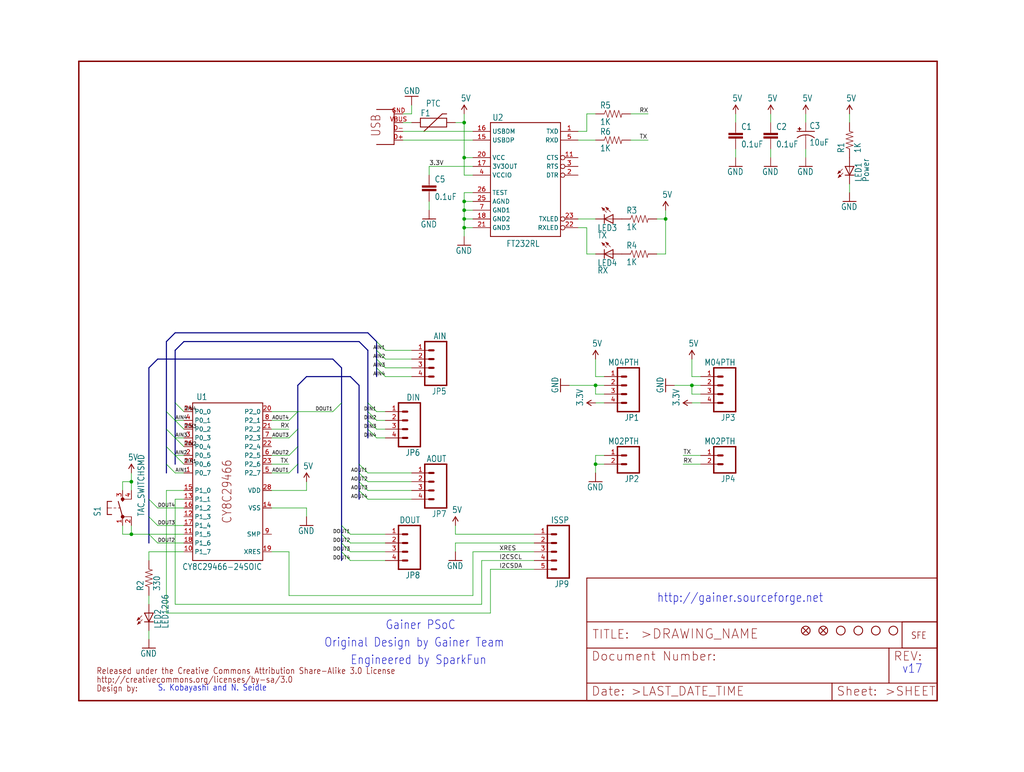
<source format=kicad_sch>
(kicad_sch (version 20211123) (generator eeschema)
  (paper "User" 297.002 223.926)
  (lib_symbols
    (symbol "schematicEagle-eagle-import:3.3V" (power)
      (property "Value" "3.3V" (at -1.016 3.556 0))
      (symbol "3.3V_1_0"
        (polyline (pts (xy 0 2.54) (xy -0.762 1.27)) (stroke (width 0.254)))
        (polyline (pts (xy 0.762 1.27) (xy 0 2.54)) (stroke (width 0.254)))
        (pin power_in line (at 0 0 90) (length 2.54) (name "3.3V") (number "1"))
      )
    )
    (symbol "schematicEagle-eagle-import:5V" (power)
      (property "Value" "5V" (at -1.016 3.556 0))
      (symbol "5V_1_0"
        (polyline (pts (xy 0 2.54) (xy -0.762 1.27)) (stroke (width 0.254)))
        (polyline (pts (xy 0.762 1.27) (xy 0 2.54)) (stroke (width 0.254)))
        (pin power_in line (at 0 0 90) (length 2.54) (name "5V") (number "1"))
      )
    )
    (symbol "schematicEagle-eagle-import:CAP0402"
      (property "Reference" "C" (at 1.524 2.921 0))
      (property "Value" "CAP0402" (at 1.524 -2.159 0))
      (symbol "CAP0402_1_0"
        (rectangle (start -2.032 0.508) (end 2.032 1.016) (fill (type outline)))
        (rectangle (start -2.032 1.524) (end 2.032 2.032) (fill (type outline)))
        (polyline (pts (xy 0 0) (xy 0 0.508)) (stroke (width 0.1524)))
        (polyline (pts (xy 0 2.54) (xy 0 2.032)) (stroke (width 0.1524)))
        (pin passive line (at 0 5.08 270) (length 2.54) (name "1") (number "1"))
        (pin passive line (at 0 -2.54 90) (length 2.54) (name "2") (number "2"))
      )
    )
    (symbol "schematicEagle-eagle-import:CAP_POL1206"
      (property "Reference" "C" (at 1.016 0.635 0))
      (property "Value" "CAP_POL1206" (at 1.016 -4.191 0))
      (symbol "CAP_POL1206_1_0"
        (rectangle (start -2.253 0.668) (end -1.364 0.795) (fill (type outline)))
        (rectangle (start -1.872 0.287) (end -1.745 1.176) (fill (type outline)))
        (arc (start 0 -1.0161) (mid -1.3021 -1.2302) (end -2.4669 -1.8504) (stroke (width 0.254)))
        (polyline (pts (xy -2.54 0) (xy 2.54 0)) (stroke (width 0.254)))
        (polyline (pts (xy 0 -1.016) (xy 0 -2.54)) (stroke (width 0.1524)))
        (arc (start 2.4892 -1.8542) (mid 1.3158 -1.2195) (end 0 -1) (stroke (width 0.254)))
        (pin passive line (at 0 2.54 270) (length 2.54) (name "+") (number "A"))
        (pin passive line (at 0 -5.08 90) (length 2.54) (name "-") (number "C"))
      )
    )
    (symbol "schematicEagle-eagle-import:CREATIVE_COMMONS"
      (symbol "CREATIVE_COMMONS_1_0"
        (text "Design by:" (at 0 0 0) (effects (font (size 1.778 1.5113)) (justify left bottom)))
        (text "http://creativecommons.org/licenses/by-sa/3.0" (at 0 2.54 0) (effects (font (size 1.778 1.5113)) (justify left bottom)))
        (text "Released under the Creative Commons Attribution Share-Alike 3.0 License" (at 0 5.08 0) (effects (font (size 1.778 1.5113)) (justify left bottom)))
      )
    )
    (symbol "schematicEagle-eagle-import:CY8C29466-24SOIC"
      (property "Reference" "IC" (at -5.08 23.368 0))
      (property "Value" "CY8C29466-24SOIC" (at -5.08 -25.146 0))
      (symbol "CY8C29466-24SOIC_1_0"
        (polyline (pts (xy -10.16 -22.86) (xy -10.16 22.86)) (stroke (width 0.254)))
        (polyline (pts (xy -10.16 22.86) (xy 10.16 22.86)) (stroke (width 0.254)))
        (polyline (pts (xy 10.16 -22.86) (xy -10.16 -22.86)) (stroke (width 0.254)))
        (polyline (pts (xy 10.16 22.86) (xy 10.16 -22.86)) (stroke (width 0.254)))
        (text "CY8C29466" (at 1.27 -12.192 900) (effects (font (size 2.54 2.159)) (justify left bottom)))
        (pin bidirectional line (at -12.7 2.54 0) (length 2.54) (name "P0_7") (number "1"))
        (pin bidirectional line (at -12.7 -20.32 0) (length 2.54) (name "P1_7") (number "10"))
        (pin bidirectional line (at -12.7 -15.24 0) (length 2.54) (name "P1_5") (number "11"))
        (pin bidirectional line (at -12.7 -10.16 0) (length 2.54) (name "P1_3") (number "12"))
        (pin bidirectional line (at -12.7 -5.08 0) (length 2.54) (name "P1_1") (number "13"))
        (pin power_in line (at 12.7 -7.62 180) (length 2.54) (name "VSS") (number "14"))
        (pin bidirectional line (at -12.7 -2.54 0) (length 2.54) (name "P1_0") (number "15"))
        (pin bidirectional line (at -12.7 -7.62 0) (length 2.54) (name "P1_2") (number "16"))
        (pin bidirectional line (at -12.7 -12.7 0) (length 2.54) (name "P1_4") (number "17"))
        (pin bidirectional line (at -12.7 -17.78 0) (length 2.54) (name "P1_6") (number "18"))
        (pin bidirectional line (at 12.7 -20.32 180) (length 2.54) (name "XRES") (number "19"))
        (pin bidirectional line (at -12.7 7.62 0) (length 2.54) (name "P0_5") (number "2"))
        (pin bidirectional line (at 12.7 20.32 180) (length 2.54) (name "P2_0") (number "20"))
        (pin bidirectional line (at 12.7 15.24 180) (length 2.54) (name "P2_2") (number "21"))
        (pin bidirectional line (at 12.7 10.16 180) (length 2.54) (name "P2_4") (number "22"))
        (pin bidirectional line (at 12.7 5.08 180) (length 2.54) (name "P2_6") (number "23"))
        (pin bidirectional line (at -12.7 20.32 0) (length 2.54) (name "P0_0") (number "24"))
        (pin bidirectional line (at -12.7 15.24 0) (length 2.54) (name "P0_2") (number "25"))
        (pin bidirectional line (at -12.7 10.16 0) (length 2.54) (name "P0_4") (number "26"))
        (pin bidirectional line (at -12.7 5.08 0) (length 2.54) (name "P0_6") (number "27"))
        (pin power_in line (at 12.7 -2.54 180) (length 2.54) (name "VDD") (number "28"))
        (pin bidirectional line (at -12.7 12.7 0) (length 2.54) (name "P0_3") (number "3"))
        (pin bidirectional line (at -12.7 17.78 0) (length 2.54) (name "P0_1") (number "4"))
        (pin bidirectional line (at 12.7 2.54 180) (length 2.54) (name "P2_7") (number "5"))
        (pin bidirectional line (at 12.7 7.62 180) (length 2.54) (name "P2_5") (number "6"))
        (pin bidirectional line (at 12.7 12.7 180) (length 2.54) (name "P2_3") (number "7"))
        (pin bidirectional line (at 12.7 17.78 180) (length 2.54) (name "P2_1") (number "8"))
        (pin bidirectional line (at 12.7 -15.24 180) (length 2.54) (name "SMP") (number "9"))
      )
    )
    (symbol "schematicEagle-eagle-import:FIDUCIAL1X2"
      (symbol "FIDUCIAL1X2_1_0"
        (polyline (pts (xy -0.762 0.762) (xy 0.762 -0.762)) (stroke (width 0.254)))
        (polyline (pts (xy 0.762 0.762) (xy -0.762 -0.762)) (stroke (width 0.254)))
        (circle (center 0 0) (radius 1.27) (stroke (width 0.254)))
      )
    )
    (symbol "schematicEagle-eagle-import:FRAME-LETTER"
      (symbol "FRAME-LETTER_1_0"
        (polyline (pts (xy 0 0) (xy 248.92 0)) (stroke (width 0.4064)))
        (polyline (pts (xy 0 185.42) (xy 0 0)) (stroke (width 0.4064)))
        (polyline (pts (xy 0 185.42) (xy 248.92 185.42)) (stroke (width 0.4064)))
        (polyline (pts (xy 248.92 185.42) (xy 248.92 0)) (stroke (width 0.4064)))
      )
      (symbol "FRAME-LETTER_2_0"
        (polyline (pts (xy 0 0) (xy 0 5.08)) (stroke (width 0.254)))
        (polyline (pts (xy 0 0) (xy 71.12 0)) (stroke (width 0.254)))
        (polyline (pts (xy 0 5.08) (xy 0 15.24)) (stroke (width 0.254)))
        (polyline (pts (xy 0 5.08) (xy 71.12 5.08)) (stroke (width 0.254)))
        (polyline (pts (xy 0 15.24) (xy 0 22.86)) (stroke (width 0.254)))
        (polyline (pts (xy 0 22.86) (xy 0 35.56)) (stroke (width 0.254)))
        (polyline (pts (xy 0 22.86) (xy 101.6 22.86)) (stroke (width 0.254)))
        (polyline (pts (xy 71.12 0) (xy 101.6 0)) (stroke (width 0.254)))
        (polyline (pts (xy 71.12 5.08) (xy 71.12 0)) (stroke (width 0.254)))
        (polyline (pts (xy 71.12 5.08) (xy 87.63 5.08)) (stroke (width 0.254)))
        (polyline (pts (xy 87.63 5.08) (xy 101.6 5.08)) (stroke (width 0.254)))
        (polyline (pts (xy 87.63 15.24) (xy 0 15.24)) (stroke (width 0.254)))
        (polyline (pts (xy 87.63 15.24) (xy 87.63 5.08)) (stroke (width 0.254)))
        (polyline (pts (xy 101.6 5.08) (xy 101.6 0)) (stroke (width 0.254)))
        (polyline (pts (xy 101.6 15.24) (xy 87.63 15.24)) (stroke (width 0.254)))
        (polyline (pts (xy 101.6 15.24) (xy 101.6 5.08)) (stroke (width 0.254)))
        (polyline (pts (xy 101.6 22.86) (xy 101.6 15.24)) (stroke (width 0.254)))
        (polyline (pts (xy 101.6 35.56) (xy 0 35.56)) (stroke (width 0.254)))
        (polyline (pts (xy 101.6 35.56) (xy 101.6 22.86)) (stroke (width 0.254)))
        (text ">DRAWING_NAME" (at 15.494 17.78 0) (effects (font (size 2.7432 2.7432)) (justify left bottom)))
        (text ">LAST_DATE_TIME" (at 12.7 1.27 0) (effects (font (size 2.54 2.54)) (justify left bottom)))
        (text ">SHEET" (at 86.36 1.27 0) (effects (font (size 2.54 2.54)) (justify left bottom)))
        (text "Date:" (at 1.27 1.27 0) (effects (font (size 2.54 2.54)) (justify left bottom)))
        (text "Document Number:" (at 1.27 11.43 0) (effects (font (size 2.54 2.54)) (justify left bottom)))
        (text "REV:" (at 88.9 11.43 0) (effects (font (size 2.54 2.54)) (justify left bottom)))
        (text "Sheet:" (at 72.39 1.27 0) (effects (font (size 2.54 2.54)) (justify left bottom)))
        (text "TITLE:" (at 1.524 17.78 0) (effects (font (size 2.54 2.54)) (justify left bottom)))
      )
    )
    (symbol "schematicEagle-eagle-import:FT232RL-BASICSSOP"
      (property "Value" "FT232RL-BASICSSOP" (at -7.62 -20.32 0))
      (symbol "FT232RL-BASICSSOP_1_0"
        (polyline (pts (xy -10.16 -17.78) (xy -10.16 15.24)) (stroke (width 0.254)))
        (polyline (pts (xy -10.16 15.24) (xy 10.16 15.24)) (stroke (width 0.254)))
        (polyline (pts (xy 10.16 -17.78) (xy -10.16 -17.78)) (stroke (width 0.254)))
        (polyline (pts (xy 10.16 15.24) (xy 10.16 -17.78)) (stroke (width 0.254)))
        (pin output line (at 15.24 12.7 180) (length 5.08) (name "TXD") (number "1"))
        (pin bidirectional inverted (at 15.24 5.08 180) (length 5.08) (name "CTS") (number "11"))
        (pin bidirectional line (at -15.24 10.16 0) (length 5.08) (name "USBDP") (number "15"))
        (pin bidirectional line (at -15.24 12.7 0) (length 5.08) (name "USBDM") (number "16"))
        (pin output line (at -15.24 2.54 0) (length 5.08) (name "3V3OUT") (number "17"))
        (pin power_in line (at -15.24 -12.7 0) (length 5.08) (name "GND2") (number "18"))
        (pin bidirectional inverted (at 15.24 0 180) (length 5.08) (name "DTR") (number "2"))
        (pin power_in line (at -15.24 5.08 0) (length 5.08) (name "VCC") (number "20"))
        (pin power_in line (at -15.24 -15.24 0) (length 5.08) (name "GND3") (number "21"))
        (pin bidirectional inverted (at 15.24 -15.24 180) (length 5.08) (name "RXLED") (number "22"))
        (pin bidirectional inverted (at 15.24 -12.7 180) (length 5.08) (name "TXLED") (number "23"))
        (pin power_in line (at -15.24 -7.62 0) (length 5.08) (name "AGND") (number "25"))
        (pin input line (at -15.24 -5.08 0) (length 5.08) (name "TEST") (number "26"))
        (pin bidirectional inverted (at 15.24 2.54 180) (length 5.08) (name "RTS") (number "3"))
        (pin power_in line (at -15.24 0 0) (length 5.08) (name "VCCIO") (number "4"))
        (pin input line (at 15.24 10.16 180) (length 5.08) (name "RXD") (number "5"))
        (pin power_in line (at -15.24 -10.16 0) (length 5.08) (name "GND1") (number "7"))
      )
    )
    (symbol "schematicEagle-eagle-import:GND" (power)
      (property "Value" "GND" (at -2.54 -2.54 0))
      (symbol "GND_1_0"
        (polyline (pts (xy -1.905 0) (xy 1.905 0)) (stroke (width 0.254)))
        (pin power_in line (at 0 2.54 270) (length 2.54) (name "GND") (number "1"))
      )
    )
    (symbol "schematicEagle-eagle-import:LED0603"
      (property "Reference" "LED" (at 3.556 -4.572 90))
      (property "Value" "LED0603" (at 5.715 -4.572 90))
      (symbol "LED0603_1_0"
        (polyline (pts (xy -2.032 -0.762) (xy -3.429 -2.159)) (stroke (width 0.1524)))
        (polyline (pts (xy -1.905 -1.905) (xy -3.302 -3.302)) (stroke (width 0.1524)))
        (polyline (pts (xy 0 -2.54) (xy -1.27 -2.54)) (stroke (width 0.254)))
        (polyline (pts (xy 0 -2.54) (xy -1.27 0)) (stroke (width 0.254)))
        (polyline (pts (xy 0 0) (xy -1.27 0)) (stroke (width 0.254)))
        (polyline (pts (xy 0 0) (xy 0 -2.54)) (stroke (width 0.1524)))
        (polyline (pts (xy 1.27 -2.54) (xy 0 -2.54)) (stroke (width 0.254)))
        (polyline (pts (xy 1.27 0) (xy 0 -2.54)) (stroke (width 0.254)))
        (polyline (pts (xy 1.27 0) (xy 0 0)) (stroke (width 0.254)))
        (polyline (pts (xy -3.429 -2.159) (xy -3.048 -1.27) (xy -2.54 -1.778)) (fill (type outline)))
        (polyline (pts (xy -3.302 -3.302) (xy -2.921 -2.413) (xy -2.413 -2.921)) (fill (type outline)))
        (pin passive line (at 0 2.54 270) (length 2.54) (name "A") (number "A"))
        (pin passive line (at 0 -5.08 90) (length 2.54) (name "C") (number "C"))
      )
    )
    (symbol "schematicEagle-eagle-import:LED1206"
      (property "Reference" "LED" (at 3.556 -4.572 90))
      (property "Value" "LED1206" (at 5.715 -4.572 90))
      (symbol "LED1206_1_0"
        (polyline (pts (xy -2.032 -0.762) (xy -3.429 -2.159)) (stroke (width 0.1524)))
        (polyline (pts (xy -1.905 -1.905) (xy -3.302 -3.302)) (stroke (width 0.1524)))
        (polyline (pts (xy 0 -2.54) (xy -1.27 -2.54)) (stroke (width 0.254)))
        (polyline (pts (xy 0 -2.54) (xy -1.27 0)) (stroke (width 0.254)))
        (polyline (pts (xy 0 0) (xy -1.27 0)) (stroke (width 0.254)))
        (polyline (pts (xy 0 0) (xy 0 -2.54)) (stroke (width 0.1524)))
        (polyline (pts (xy 1.27 -2.54) (xy 0 -2.54)) (stroke (width 0.254)))
        (polyline (pts (xy 1.27 0) (xy 0 -2.54)) (stroke (width 0.254)))
        (polyline (pts (xy 1.27 0) (xy 0 0)) (stroke (width 0.254)))
        (polyline (pts (xy -3.429 -2.159) (xy -3.048 -1.27) (xy -2.54 -1.778)) (fill (type outline)))
        (polyline (pts (xy -3.302 -3.302) (xy -2.921 -2.413) (xy -2.413 -2.921)) (fill (type outline)))
        (pin passive line (at 0 2.54 270) (length 2.54) (name "A") (number "A"))
        (pin passive line (at 0 -5.08 90) (length 2.54) (name "C") (number "C"))
      )
    )
    (symbol "schematicEagle-eagle-import:LOGO-SFENEW"
      (symbol "LOGO-SFENEW_1_0"
        (polyline (pts (xy -2.54 -2.54) (xy 7.62 -2.54)) (stroke (width 0.254)))
        (polyline (pts (xy -2.54 5.08) (xy -2.54 -2.54)) (stroke (width 0.254)))
        (polyline (pts (xy 7.62 -2.54) (xy 7.62 5.08)) (stroke (width 0.254)))
        (polyline (pts (xy 7.62 5.08) (xy -2.54 5.08)) (stroke (width 0.254)))
        (text "SFE" (at 0 0 0) (effects (font (size 1.9304 1.6408)) (justify left bottom)))
      )
    )
    (symbol "schematicEagle-eagle-import:M02PTH"
      (property "Reference" "JP" (at -2.54 5.842 0))
      (property "Value" "M02PTH" (at -2.54 -5.08 0))
      (symbol "M02PTH_1_0"
        (polyline (pts (xy -2.54 5.08) (xy -2.54 -2.54)) (stroke (width 0.4064)))
        (polyline (pts (xy -2.54 5.08) (xy 3.81 5.08)) (stroke (width 0.4064)))
        (polyline (pts (xy 1.27 0) (xy 2.54 0)) (stroke (width 0.6096)))
        (polyline (pts (xy 1.27 2.54) (xy 2.54 2.54)) (stroke (width 0.6096)))
        (polyline (pts (xy 3.81 -2.54) (xy -2.54 -2.54)) (stroke (width 0.4064)))
        (polyline (pts (xy 3.81 -2.54) (xy 3.81 5.08)) (stroke (width 0.4064)))
        (pin passive line (at 7.62 0 180) (length 5.08) (name "1") (number "1"))
        (pin passive line (at 7.62 2.54 180) (length 5.08) (name "2") (number "2"))
      )
    )
    (symbol "schematicEagle-eagle-import:M04PTH"
      (property "Reference" "JP" (at -5.08 8.382 0))
      (property "Value" "M04PTH" (at -5.08 -7.62 0))
      (symbol "M04PTH_1_0"
        (polyline (pts (xy -5.08 7.62) (xy -5.08 -5.08)) (stroke (width 0.4064)))
        (polyline (pts (xy -5.08 7.62) (xy 1.27 7.62)) (stroke (width 0.4064)))
        (polyline (pts (xy -1.27 -2.54) (xy 0 -2.54)) (stroke (width 0.6096)))
        (polyline (pts (xy -1.27 0) (xy 0 0)) (stroke (width 0.6096)))
        (polyline (pts (xy -1.27 2.54) (xy 0 2.54)) (stroke (width 0.6096)))
        (polyline (pts (xy -1.27 5.08) (xy 0 5.08)) (stroke (width 0.6096)))
        (polyline (pts (xy 1.27 -5.08) (xy -5.08 -5.08)) (stroke (width 0.4064)))
        (polyline (pts (xy 1.27 -5.08) (xy 1.27 7.62)) (stroke (width 0.4064)))
        (pin passive line (at 5.08 -2.54 180) (length 5.08) (name "1") (number "1"))
        (pin passive line (at 5.08 0 180) (length 5.08) (name "2") (number "2"))
        (pin passive line (at 5.08 2.54 180) (length 5.08) (name "3") (number "3"))
        (pin passive line (at 5.08 5.08 180) (length 5.08) (name "4") (number "4"))
      )
    )
    (symbol "schematicEagle-eagle-import:M05"
      (property "Reference" "JP" (at -2.54 8.382 0))
      (property "Value" "M05" (at -2.54 -10.16 0))
      (symbol "M05_1_0"
        (polyline (pts (xy -2.54 7.62) (xy -2.54 -7.62)) (stroke (width 0.4064)))
        (polyline (pts (xy -2.54 7.62) (xy 3.81 7.62)) (stroke (width 0.4064)))
        (polyline (pts (xy 1.27 -5.08) (xy 2.54 -5.08)) (stroke (width 0.6096)))
        (polyline (pts (xy 1.27 -2.54) (xy 2.54 -2.54)) (stroke (width 0.6096)))
        (polyline (pts (xy 1.27 0) (xy 2.54 0)) (stroke (width 0.6096)))
        (polyline (pts (xy 1.27 2.54) (xy 2.54 2.54)) (stroke (width 0.6096)))
        (polyline (pts (xy 1.27 5.08) (xy 2.54 5.08)) (stroke (width 0.6096)))
        (polyline (pts (xy 3.81 -7.62) (xy -2.54 -7.62)) (stroke (width 0.4064)))
        (polyline (pts (xy 3.81 -7.62) (xy 3.81 7.62)) (stroke (width 0.4064)))
        (pin passive line (at 7.62 -5.08 180) (length 5.08) (name "1") (number "1"))
        (pin passive line (at 7.62 -2.54 180) (length 5.08) (name "2") (number "2"))
        (pin passive line (at 7.62 0 180) (length 5.08) (name "3") (number "3"))
        (pin passive line (at 7.62 2.54 180) (length 5.08) (name "4") (number "4"))
        (pin passive line (at 7.62 5.08 180) (length 5.08) (name "5") (number "5"))
      )
    )
    (symbol "schematicEagle-eagle-import:PTCSMD"
      (property "Reference" "F" (at -2.54 3.048 0))
      (property "Value" "PTCSMD" (at -3.302 -5.08 0))
      (symbol "PTCSMD_1_0"
        (polyline (pts (xy -2.54 -1.27) (xy -2.54 1.27)) (stroke (width 0.254)))
        (polyline (pts (xy -2.54 1.27) (xy 5.08 1.27)) (stroke (width 0.254)))
        (polyline (pts (xy -1.524 -2.54) (xy 3.81 2.54)) (stroke (width 0.254)))
        (polyline (pts (xy 3.81 2.54) (xy 5.08 2.54)) (stroke (width 0.254)))
        (polyline (pts (xy 5.08 -1.27) (xy -2.54 -1.27)) (stroke (width 0.254)))
        (polyline (pts (xy 5.08 1.27) (xy 5.08 -1.27)) (stroke (width 0.254)))
        (pin bidirectional line (at -5.08 0 0) (length 2.54) (name "1") (number "1"))
        (pin bidirectional line (at 7.62 0 180) (length 2.54) (name "2") (number "2"))
      )
    )
    (symbol "schematicEagle-eagle-import:RESISTOR0402"
      (property "Reference" "R" (at -3.81 1.4986 0))
      (property "Value" "RESISTOR0402" (at -3.81 -3.302 0))
      (symbol "RESISTOR0402_1_0"
        (polyline (pts (xy -2.54 0) (xy -2.159 1.016)) (stroke (width 0.1524)))
        (polyline (pts (xy -2.159 1.016) (xy -1.524 -1.016)) (stroke (width 0.1524)))
        (polyline (pts (xy -1.524 -1.016) (xy -0.889 1.016)) (stroke (width 0.1524)))
        (polyline (pts (xy -0.889 1.016) (xy -0.254 -1.016)) (stroke (width 0.1524)))
        (polyline (pts (xy -0.254 -1.016) (xy 0.381 1.016)) (stroke (width 0.1524)))
        (polyline (pts (xy 0.381 1.016) (xy 1.016 -1.016)) (stroke (width 0.1524)))
        (polyline (pts (xy 1.016 -1.016) (xy 1.651 1.016)) (stroke (width 0.1524)))
        (polyline (pts (xy 1.651 1.016) (xy 2.286 -1.016)) (stroke (width 0.1524)))
        (polyline (pts (xy 2.286 -1.016) (xy 2.54 0)) (stroke (width 0.1524)))
        (pin passive line (at -5.08 0 0) (length 2.54) (name "1") (number "1"))
        (pin passive line (at 5.08 0 180) (length 2.54) (name "2") (number "2"))
      )
    )
    (symbol "schematicEagle-eagle-import:STAND-OFF"
      (symbol "STAND-OFF_1_0"
        (circle (center 0 0) (radius 1.27) (stroke (width 0.254)))
      )
    )
    (symbol "schematicEagle-eagle-import:TAC_SWITCHSMD"
      (property "Reference" "S" (at -2.54 6.35 0))
      (property "Value" "TAC_SWITCHSMD" (at -2.54 -6.35 0))
      (symbol "TAC_SWITCHSMD_1_0"
        (circle (center -2.54 0) (radius 0.127) (stroke (width 0.4064)))
        (polyline (pts (xy -2.54 -2.54) (xy -2.54 0)) (stroke (width 0.1524)))
        (polyline (pts (xy -2.54 0) (xy 1.905 1.27)) (stroke (width 0.254)))
        (polyline (pts (xy -1.905 4.445) (xy -1.905 3.175)) (stroke (width 0.254)))
        (polyline (pts (xy 0 1.27) (xy 0 0.635)) (stroke (width 0.1524)))
        (polyline (pts (xy 0 2.54) (xy 0 1.905)) (stroke (width 0.1524)))
        (polyline (pts (xy 0 4.445) (xy -1.905 4.445)) (stroke (width 0.254)))
        (polyline (pts (xy 0 4.445) (xy 0 3.175)) (stroke (width 0.1524)))
        (polyline (pts (xy 1.905 0) (xy 2.54 0)) (stroke (width 0.254)))
        (polyline (pts (xy 1.905 4.445) (xy 0 4.445)) (stroke (width 0.254)))
        (polyline (pts (xy 1.905 4.445) (xy 1.905 3.175)) (stroke (width 0.254)))
        (polyline (pts (xy 2.54 -2.54) (xy 2.54 0)) (stroke (width 0.1524)))
        (circle (center 2.54 0) (radius 0.127) (stroke (width 0.4064)))
        (pin passive line (at -5.08 0 0) (length 2.54) (name "1") (number "1"))
        (pin passive line (at -5.08 -2.54 0) (length 2.54) (name "2") (number "2"))
        (pin passive line (at 5.08 0 180) (length 2.54) (name "3") (number "3"))
        (pin passive line (at 5.08 -2.54 180) (length 2.54) (name "4") (number "4"))
      )
    )
    (symbol "schematicEagle-eagle-import:USBSMD"
      (symbol "USBSMD_1_0"
        (polyline (pts (xy 0 -1.27) (xy 5.08 -1.27)) (stroke (width 0.254)))
        (polyline (pts (xy 0 8.89) (xy 0 -1.27)) (stroke (width 0.254)))
        (polyline (pts (xy 5.08 8.89) (xy 0 8.89)) (stroke (width 0.254)))
        (text "USB" (at 3.81 0 900) (effects (font (size 2.54 2.159)) (justify left bottom)))
        (pin bidirectional line (at -2.54 7.62 0) (length 2.54) (name "D+") (number "D+"))
        (pin bidirectional line (at -2.54 5.08 0) (length 2.54) (name "D-") (number "D-"))
        (pin bidirectional line (at -2.54 0 0) (length 2.54) (name "GND") (number "GND"))
        (pin bidirectional line (at -2.54 2.54 0) (length 2.54) (name "VBUS") (number "VBUS"))
      )
    )
  )
  (junction (at 172.72 111.76))
  (junction (at 134.62 60.96))
  (junction (at 134.62 45.72))
  (junction (at 134.62 63.5))
  (junction (at 172.72 134.62))
  (junction (at 38.1 154.94))
  (junction (at 134.62 58.42))
  (junction (at 134.62 66.04))
  (junction (at 38.1 139.7))
  (junction (at 134.62 35.56))
  (junction (at 200.66 111.76))
  (junction (at 193.04 63.5))
  (bus_entry (at 101.6 154.94) (size -2.54 -2.54))
  (bus_entry (at 45.72 157.48) (size -2.54 -2.54))
  (bus_entry (at 109.22 121.92) (size -2.54 -2.54))
  (bus_entry (at 50.8 132.08) (size -2.54 -2.54))
  (bus_entry (at 50.8 127) (size -2.54 -2.54))
  (bus_entry (at 45.72 152.4) (size -2.54 -2.54))
  (bus_entry (at 50.8 137.16) (size -2.54 -2.54))
  (bus_entry (at 111.76 104.14) (size -2.54 -2.54))
  (bus_entry (at 109.22 119.38) (size -2.54 -2.54))
  (bus_entry (at 101.6 157.48) (size -2.54 -2.54))
  (bus_entry (at 106.68 144.78) (size -2.54 -2.54))
  (bus_entry (at 111.76 109.22) (size -2.54 -2.54))
  (bus_entry (at 109.22 127) (size -2.54 -2.54))
  (bus_entry (at 53.34 119.38) (size -2.54 -2.54))
  (bus_entry (at 106.68 139.7) (size -2.54 -2.54))
  (bus_entry (at 106.68 142.24) (size -2.54 -2.54))
  (bus_entry (at 101.6 162.56) (size -2.54 -2.54))
  (bus_entry (at 45.72 147.32) (size -2.54 -2.54))
  (bus_entry (at 53.34 124.46) (size -2.54 -2.54))
  (bus_entry (at 53.34 134.62) (size -2.54 -2.54))
  (bus_entry (at 96.52 119.38) (size 2.54 -2.54))
  (bus_entry (at 83.82 121.92) (size 2.54 -2.54))
  (bus_entry (at 109.22 124.46) (size -2.54 -2.54))
  (bus_entry (at 111.76 101.6) (size -2.54 -2.54))
  (bus_entry (at 106.68 137.16) (size -2.54 -2.54))
  (bus_entry (at 101.6 160.02) (size -2.54 -2.54))
  (bus_entry (at 50.8 121.92) (size -2.54 -2.54))
  (bus_entry (at 83.82 137.16) (size 2.54 -2.54))
  (bus_entry (at 83.82 132.08) (size 2.54 -2.54))
  (bus_entry (at 53.34 129.54) (size -2.54 -2.54))
  (bus_entry (at 111.76 106.68) (size -2.54 -2.54))
  (bus_entry (at 83.82 127) (size 2.54 -2.54))
  (wire (pts (xy 137.16 50.8) (xy 134.62 50.8)))
  (wire (pts (xy 53.34 152.4) (xy 45.72 152.4)))
  (bus (pts (xy 48.26 119.38) (xy 48.26 99.06)))
  (wire (pts (xy 132.08 154.94) (xy 154.94 154.94)))
  (bus (pts (xy 104.14 142.24) (xy 104.14 144.78)))
  (bus (pts (xy 48.26 129.54) (xy 48.26 124.46)))
  (wire (pts (xy 78.74 147.32) (xy 88.9 147.32)))
  (wire (pts (xy 88.9 147.32) (xy 88.9 149.86)))
  (wire (pts (xy 137.16 55.88) (xy 134.62 55.88)))
  (wire (pts (xy 193.04 73.66) (xy 193.04 63.5)))
  (wire (pts (xy 137.16 66.04) (xy 134.62 66.04)))
  (wire (pts (xy 134.62 35.56) (xy 134.62 45.72)))
  (wire (pts (xy 139.7 175.26) (xy 139.7 162.56)))
  (bus (pts (xy 43.18 157.48) (xy 43.18 154.94)))
  (wire (pts (xy 119.38 33.02) (xy 119.38 30.48)))
  (wire (pts (xy 172.72 109.22) (xy 172.72 104.14)))
  (wire (pts (xy 38.1 139.7) (xy 38.1 142.24)))
  (wire (pts (xy 109.22 119.38) (xy 111.76 119.38)))
  (wire (pts (xy 88.9 142.24) (xy 88.9 139.7)))
  (bus (pts (xy 86.36 137.16) (xy 86.36 134.62)))
  (wire (pts (xy 48.26 177.8) (xy 142.24 177.8)))
  (wire (pts (xy 43.18 172.72) (xy 43.18 175.26)))
  (wire (pts (xy 78.74 124.46) (xy 83.82 124.46)))
  (wire (pts (xy 35.56 152.4) (xy 35.56 154.94)))
  (bus (pts (xy 53.34 99.06) (xy 104.14 99.06)))
  (bus (pts (xy 109.22 101.6) (xy 109.22 104.14)))
  (wire (pts (xy 35.56 154.94) (xy 38.1 154.94)))
  (wire (pts (xy 137.16 60.96) (xy 134.62 60.96)))
  (wire (pts (xy 246.38 55.88) (xy 246.38 53.34)))
  (wire (pts (xy 106.68 139.7) (xy 119.38 139.7)))
  (wire (pts (xy 78.74 142.24) (xy 88.9 142.24)))
  (wire (pts (xy 175.26 111.76) (xy 172.72 111.76)))
  (bus (pts (xy 50.8 132.08) (xy 50.8 127)))
  (wire (pts (xy 116.84 33.02) (xy 119.38 33.02)))
  (wire (pts (xy 175.26 116.84) (xy 172.72 116.84)))
  (wire (pts (xy 101.6 162.56) (xy 111.76 162.56)))
  (wire (pts (xy 86.36 119.38) (xy 96.52 119.38)))
  (wire (pts (xy 101.6 157.48) (xy 111.76 157.48)))
  (wire (pts (xy 172.72 132.08) (xy 172.72 134.62)))
  (wire (pts (xy 35.56 142.24) (xy 35.56 139.7)))
  (wire (pts (xy 134.62 50.8) (xy 134.62 45.72)))
  (wire (pts (xy 78.74 119.38) (xy 86.36 119.38)))
  (bus (pts (xy 86.36 129.54) (xy 86.36 124.46)))
  (wire (pts (xy 111.76 109.22) (xy 119.38 109.22)))
  (bus (pts (xy 86.36 111.76) (xy 88.9 109.22)))
  (wire (pts (xy 116.84 35.56) (xy 119.38 35.56)))
  (wire (pts (xy 167.64 66.04) (xy 170.18 66.04)))
  (wire (pts (xy 53.34 154.94) (xy 43.18 154.94)))
  (wire (pts (xy 137.16 38.1) (xy 116.84 38.1)))
  (wire (pts (xy 172.72 114.3) (xy 172.72 111.76)))
  (wire (pts (xy 53.34 160.02) (xy 43.18 160.02)))
  (wire (pts (xy 53.34 132.08) (xy 50.8 132.08)))
  (wire (pts (xy 175.26 132.08) (xy 172.72 132.08)))
  (bus (pts (xy 96.52 104.14) (xy 99.06 106.68)))
  (bus (pts (xy 50.8 134.62) (xy 50.8 132.08)))
  (wire (pts (xy 134.62 66.04) (xy 134.62 68.58)))
  (wire (pts (xy 182.88 33.02) (xy 187.96 33.02)))
  (wire (pts (xy 203.2 134.62) (xy 198.12 134.62)))
  (wire (pts (xy 53.34 137.16) (xy 50.8 137.16)))
  (bus (pts (xy 104.14 134.62) (xy 104.14 137.16)))
  (wire (pts (xy 142.24 177.8) (xy 142.24 165.1)))
  (wire (pts (xy 132.08 157.48) (xy 154.94 157.48)))
  (wire (pts (xy 200.66 114.3) (xy 200.66 111.76)))
  (wire (pts (xy 78.74 134.62) (xy 83.82 134.62)))
  (bus (pts (xy 48.26 134.62) (xy 48.26 129.54)))
  (wire (pts (xy 233.68 45.72) (xy 233.68 43.18)))
  (bus (pts (xy 104.14 111.76) (xy 104.14 134.62)))
  (wire (pts (xy 233.68 35.56) (xy 233.68 33.02)))
  (wire (pts (xy 142.24 165.1) (xy 154.94 165.1)))
  (wire (pts (xy 200.66 111.76) (xy 195.58 111.76)))
  (wire (pts (xy 124.46 60.96) (xy 124.46 58.42)))
  (bus (pts (xy 48.26 124.46) (xy 48.26 119.38)))
  (bus (pts (xy 86.36 134.62) (xy 86.36 129.54)))
  (wire (pts (xy 109.22 124.46) (xy 111.76 124.46)))
  (wire (pts (xy 43.18 160.02) (xy 43.18 162.56)))
  (wire (pts (xy 53.34 144.78) (xy 50.8 144.78)))
  (bus (pts (xy 104.14 99.06) (xy 106.68 101.6)))
  (wire (pts (xy 203.2 111.76) (xy 200.66 111.76)))
  (wire (pts (xy 172.72 63.5) (xy 167.64 63.5)))
  (wire (pts (xy 170.18 38.1) (xy 167.64 38.1)))
  (wire (pts (xy 203.2 132.08) (xy 198.12 132.08)))
  (bus (pts (xy 43.18 144.78) (xy 43.18 106.68)))
  (wire (pts (xy 43.18 154.94) (xy 38.1 154.94)))
  (wire (pts (xy 137.16 172.72) (xy 137.16 160.02)))
  (wire (pts (xy 132.08 152.4) (xy 132.08 154.94)))
  (bus (pts (xy 106.68 96.52) (xy 109.22 99.06)))
  (bus (pts (xy 88.9 109.22) (xy 101.6 109.22)))
  (bus (pts (xy 50.8 116.84) (xy 50.8 101.6)))
  (bus (pts (xy 43.18 106.68) (xy 45.72 104.14)))
  (wire (pts (xy 78.74 132.08) (xy 83.82 132.08)))
  (bus (pts (xy 101.6 109.22) (xy 104.14 111.76)))
  (wire (pts (xy 43.18 182.88) (xy 43.18 185.42)))
  (wire (pts (xy 101.6 154.94) (xy 111.76 154.94)))
  (wire (pts (xy 170.18 66.04) (xy 170.18 73.66)))
  (bus (pts (xy 86.36 119.38) (xy 86.36 111.76)))
  (bus (pts (xy 106.68 101.6) (xy 106.68 116.84)))
  (bus (pts (xy 50.8 101.6) (xy 53.34 99.06)))
  (bus (pts (xy 99.06 157.48) (xy 99.06 160.02)))
  (wire (pts (xy 83.82 172.72) (xy 137.16 172.72)))
  (wire (pts (xy 106.68 144.78) (xy 119.38 144.78)))
  (wire (pts (xy 137.16 63.5) (xy 134.62 63.5)))
  (bus (pts (xy 86.36 124.46) (xy 86.36 119.38)))
  (bus (pts (xy 99.06 154.94) (xy 99.06 157.48)))
  (wire (pts (xy 134.62 60.96) (xy 134.62 63.5)))
  (wire (pts (xy 175.26 114.3) (xy 172.72 114.3)))
  (wire (pts (xy 172.72 33.02) (xy 170.18 33.02)))
  (bus (pts (xy 99.06 116.84) (xy 99.06 152.4)))
  (wire (pts (xy 78.74 160.02) (xy 83.82 160.02)))
  (bus (pts (xy 48.26 137.16) (xy 48.26 134.62)))
  (wire (pts (xy 134.62 35.56) (xy 134.62 33.02)))
  (bus (pts (xy 104.14 137.16) (xy 104.14 139.7)))
  (wire (pts (xy 223.52 33.02) (xy 223.52 35.56)))
  (bus (pts (xy 109.22 104.14) (xy 109.22 106.68)))
  (wire (pts (xy 170.18 33.02) (xy 170.18 38.1)))
  (wire (pts (xy 109.22 121.92) (xy 111.76 121.92)))
  (wire (pts (xy 50.8 144.78) (xy 50.8 175.26)))
  (wire (pts (xy 139.7 162.56) (xy 154.94 162.56)))
  (wire (pts (xy 109.22 127) (xy 111.76 127)))
  (wire (pts (xy 111.76 101.6) (xy 119.38 101.6)))
  (wire (pts (xy 137.16 160.02) (xy 154.94 160.02)))
  (wire (pts (xy 203.2 114.3) (xy 200.66 114.3)))
  (wire (pts (xy 167.64 40.64) (xy 172.72 40.64)))
  (wire (pts (xy 53.34 142.24) (xy 48.26 142.24)))
  (wire (pts (xy 190.5 63.5) (xy 193.04 63.5)))
  (wire (pts (xy 124.46 48.26) (xy 124.46 50.8)))
  (wire (pts (xy 48.26 142.24) (xy 48.26 177.8)))
  (wire (pts (xy 246.38 33.02) (xy 246.38 35.56)))
  (wire (pts (xy 193.04 63.5) (xy 193.04 60.96)))
  (wire (pts (xy 101.6 160.02) (xy 111.76 160.02)))
  (wire (pts (xy 134.62 55.88) (xy 134.62 58.42)))
  (wire (pts (xy 134.62 63.5) (xy 134.62 66.04)))
  (bus (pts (xy 43.18 154.94) (xy 43.18 149.86)))
  (wire (pts (xy 172.72 111.76) (xy 165.1 111.76)))
  (wire (pts (xy 132.08 35.56) (xy 134.62 35.56)))
  (wire (pts (xy 53.34 127) (xy 50.8 127)))
  (wire (pts (xy 53.34 157.48) (xy 45.72 157.48)))
  (wire (pts (xy 213.36 43.18) (xy 213.36 45.72)))
  (wire (pts (xy 38.1 154.94) (xy 38.1 152.4)))
  (bus (pts (xy 109.22 99.06) (xy 109.22 101.6)))
  (wire (pts (xy 78.74 137.16) (xy 83.82 137.16)))
  (bus (pts (xy 104.14 139.7) (xy 104.14 142.24)))
  (wire (pts (xy 78.74 127) (xy 83.82 127)))
  (wire (pts (xy 106.68 142.24) (xy 119.38 142.24)))
  (bus (pts (xy 109.22 106.68) (xy 109.22 109.22)))
  (wire (pts (xy 182.88 40.64) (xy 187.96 40.64)))
  (wire (pts (xy 190.5 73.66) (xy 193.04 73.66)))
  (bus (pts (xy 50.8 121.92) (xy 50.8 116.84)))
  (wire (pts (xy 170.18 73.66) (xy 172.72 73.66)))
  (wire (pts (xy 175.26 134.62) (xy 172.72 134.62)))
  (bus (pts (xy 106.68 124.46) (xy 106.68 127)))
  (bus (pts (xy 99.06 160.02) (xy 99.06 162.56)))
  (wire (pts (xy 53.34 147.32) (xy 45.72 147.32)))
  (wire (pts (xy 203.2 116.84) (xy 200.66 116.84)))
  (wire (pts (xy 53.34 121.92) (xy 50.8 121.92)))
  (wire (pts (xy 134.62 45.72) (xy 137.16 45.72)))
  (wire (pts (xy 137.16 48.26) (xy 124.46 48.26)))
  (wire (pts (xy 213.36 35.56) (xy 213.36 33.02)))
  (bus (pts (xy 106.68 121.92) (xy 106.68 124.46)))
  (wire (pts (xy 111.76 106.68) (xy 119.38 106.68)))
  (wire (pts (xy 172.72 134.62) (xy 172.72 137.16)))
  (bus (pts (xy 50.8 127) (xy 50.8 121.92)))
  (wire (pts (xy 38.1 139.7) (xy 38.1 137.16)))
  (bus (pts (xy 50.8 96.52) (xy 106.68 96.52)))
  (bus (pts (xy 99.06 152.4) (xy 99.06 154.94)))
  (wire (pts (xy 116.84 40.64) (xy 137.16 40.64)))
  (wire (pts (xy 111.76 104.14) (xy 119.38 104.14)))
  (wire (pts (xy 50.8 175.26) (xy 139.7 175.26)))
  (bus (pts (xy 106.68 116.84) (xy 106.68 119.38)))
  (wire (pts (xy 83.82 160.02) (xy 83.82 172.72)))
  (bus (pts (xy 106.68 119.38) (xy 106.68 121.92)))
  (bus (pts (xy 99.06 106.68) (xy 99.06 116.84)))
  (wire (pts (xy 106.68 137.16) (xy 119.38 137.16)))
  (wire (pts (xy 137.16 58.42) (xy 134.62 58.42)))
  (wire (pts (xy 200.66 109.22) (xy 200.66 104.14)))
  (bus (pts (xy 45.72 104.14) (xy 96.52 104.14)))
  (wire (pts (xy 78.74 121.92) (xy 83.82 121.92)))
  (wire (pts (xy 134.62 58.42) (xy 134.62 60.96)))
  (wire (pts (xy 203.2 109.22) (xy 200.66 109.22)))
  (wire (pts (xy 35.56 139.7) (xy 38.1 139.7)))
  (bus (pts (xy 43.18 149.86) (xy 43.18 144.78)))
  (wire (pts (xy 223.52 45.72) (xy 223.52 43.18)))
  (wire (pts (xy 132.08 157.48) (xy 132.08 160.02)))
  (bus (pts (xy 48.26 99.06) (xy 50.8 96.52)))
  (wire (pts (xy 175.26 109.22) (xy 172.72 109.22)))
  (text "v17" (at 261.62 195.58 180) (effects (font (size 2.54 2.159)) (justify left bottom)))
  (text "Gainer PSoC" (at 111.76 182.88 180) (effects (font (size 2.54 2.159)) (justify left bottom)))
  (text "Engineered by SparkFun" (at 101.6 193.04 180) (effects (font (size 2.54 2.159)) (justify left bottom)))
  (text "http://gainer.sourceforge.net" (at 190.5 175.006 180) (effects (font (size 2.54 2.159)) (justify left bottom)))
  (text "Original Design by Gainer Team" (at 93.98 187.96 180) (effects (font (size 2.54 2.159)) (justify left bottom)))
  (text "S. Kobayashi and N. Seidle" (at 45.72 200.66 180) (effects (font (size 1.778 1.5113)) (justify left bottom)))
  (label "AOUT1" (at 83.82 137.16 180) (effects (font (size 1.016 1.016))))
  (label "DIN1" (at 53.34 134.62 0) (effects (font (size 1.016 1.016))))
  (label "DOUT3" (at 101.6 160.02 180) (effects (font (size 1.016 1.016))))
  (label "AIN1" (at 111.76 101.6 180) (effects (font (size 1.016 1.016))))
  (label "DOUT4" (at 101.6 162.56 180) (effects (font (size 1.016 1.016))))
  (label "AOUT2" (at 83.82 132.08 180) (effects (font (size 1.016 1.016))))
  (label "DOUT1" (at 96.52 119.38 180) (effects (font (size 1.016 1.016))))
  (label "DIN3" (at 53.34 124.46 0) (effects (font (size 1.016 1.016))))
  (label "TX" (at 81.28 134.62 0) (effects (font (size 1.2446 1.2446))))
  (label "AOUT1" (at 106.68 137.16 180) (effects (font (size 1.016 1.016))))
  (label "DOUT3" (at 45.72 152.4 0) (effects (font (size 1.016 1.016))))
  (label "TX" (at 185.42 40.64 0) (effects (font (size 1.2446 1.2446))))
  (label "DOUT2" (at 101.6 157.48 180) (effects (font (size 1.016 1.016))))
  (label "DIN1" (at 109.22 119.38 180) (effects (font (size 1.016 1.016))))
  (label "DOUT2" (at 45.72 157.48 0) (effects (font (size 1.016 1.016))))
  (label "DIN3" (at 109.22 124.46 180) (effects (font (size 1.016 1.016))))
  (label "I2CSDA" (at 144.78 165.1 0) (effects (font (size 1.2446 1.2446))))
  (label "3.3V" (at 124.46 48.26 0) (effects (font (size 1.2446 1.2446))))
  (label "AOUT4" (at 83.82 121.92 180) (effects (font (size 1.016 1.016))))
  (label "AIN3" (at 111.76 106.68 180) (effects (font (size 1.016 1.016))))
  (label "AOUT2" (at 106.68 139.7 180) (effects (font (size 1.016 1.016))))
  (label "DIN4" (at 109.22 127 180) (effects (font (size 1.016 1.016))))
  (label "DIN4" (at 53.34 119.38 0) (effects (font (size 1.016 1.016))))
  (label "DIN2" (at 53.34 129.54 0) (effects (font (size 1.016 1.016))))
  (label "RX" (at 81.28 124.46 0) (effects (font (size 1.2446 1.2446))))
  (label "AIN4" (at 111.76 109.22 180) (effects (font (size 1.016 1.016))))
  (label "DIN2" (at 109.22 121.92 180) (effects (font (size 1.016 1.016))))
  (label "DOUT4" (at 45.72 147.32 0) (effects (font (size 1.016 1.016))))
  (label "I2CSCL" (at 144.78 162.56 0) (effects (font (size 1.2446 1.2446))))
  (label "AOUT3" (at 83.82 127 180) (effects (font (size 1.016 1.016))))
  (label "TX" (at 198.12 132.08 0) (effects (font (size 1.2446 1.2446))))
  (label "DOUT1" (at 101.6 154.94 180) (effects (font (size 1.016 1.016))))
  (label "AIN1" (at 50.8 137.16 0) (effects (font (size 1.016 1.016))))
  (label "AIN4" (at 50.8 121.92 0) (effects (font (size 1.016 1.016))))
  (label "AIN2" (at 111.76 104.14 180) (effects (font (size 1.016 1.016))))
  (label "XRES" (at 144.78 160.02 0) (effects (font (size 1.2446 1.2446))))
  (label "AIN3" (at 50.8 127 0) (effects (font (size 1.016 1.016))))
  (label "AOUT3" (at 106.68 142.24 180) (effects (font (size 1.016 1.016))))
  (label "AOUT4" (at 106.68 144.78 180) (effects (font (size 1.016 1.016))))
  (label "RX" (at 185.42 33.02 0) (effects (font (size 1.2446 1.2446))))
  (label "RX" (at 198.12 134.62 0) (effects (font (size 1.2446 1.2446))))
  (label "AIN2" (at 50.8 132.08 0) (effects (font (size 1.016 1.016))))
  (symbol (lib_id "schematicEagle-eagle-import:5V") (at 200.66 104.14 0) (unit 1)
    (property "Reference" "#U$2" (effects hide))
    (property "Value" "5V" (at 199.644 100.584 0) (effects (font (size 1.778 1.5113)) (justify left bottom)))
    (property "Footprint" "schematicEagle:" (effects hide))
  )
  (symbol (lib_id "schematicEagle-eagle-import:GND") (at 132.08 162.56 0) (unit 1)
    (property "Reference" "#GND3" (effects hide))
    (property "Value" "GND" (at 129.54 165.1 0) (effects (font (size 1.778 1.5113)) (justify left bottom)))
    (property "Footprint" "schematicEagle:" (effects hide))
  )
  (symbol (lib_id "schematicEagle-eagle-import:5V") (at 233.68 33.02 0) (unit 1)
    (property "Reference" "#U$3" (effects hide))
    (property "Value" "5V" (at 232.664 29.464 0) (effects (font (size 1.778 1.5113)) (justify left bottom)))
    (property "Footprint" "schematicEagle:" (effects hide))
  )
  (symbol (lib_id "schematicEagle-eagle-import:STAND-OFF") (at 243.84 182.88 0) (unit 1)
    (property "Reference" "U$15" (effects hide))
    (property "Value" "STAND-OFF" (effects hide))
    (property "Footprint" "schematicEagle:STAND-OFF" (effects hide))
  )
  (symbol (lib_id "schematicEagle-eagle-import:M02PTH") (at 210.82 132.08 180) (unit 1)
    (property "Reference" "JP4" (at 213.36 137.922 0) (effects (font (size 1.778 1.5113)) (justify left bottom)))
    (property "Value" "M02PTH" (at 213.36 127 0) (effects (font (size 1.778 1.5113)) (justify left bottom)))
    (property "Footprint" "schematicEagle:1X02" (effects hide))
  )
  (symbol (lib_id "schematicEagle-eagle-import:FIDUCIAL1X2") (at 233.68 182.88 0) (unit 1)
    (property "Reference" "U$17" (effects hide))
    (property "Value" "FIDUCIAL1X2" (effects hide))
    (property "Footprint" "schematicEagle:FIDUCIAL-1X2" (effects hide))
  )
  (symbol (lib_id "schematicEagle-eagle-import:CAP0402") (at 213.36 40.64 0) (unit 1)
    (property "Reference" "C1" (at 214.884 37.719 0) (effects (font (size 1.778 1.5113)) (justify left bottom)))
    (property "Value" "0.1uF" (at 214.884 42.799 0) (effects (font (size 1.778 1.5113)) (justify left bottom)))
    (property "Footprint" "schematicEagle:C0402" (effects hide))
  )
  (symbol (lib_id "schematicEagle-eagle-import:RESISTOR0402") (at 185.42 63.5 0) (unit 1)
    (property "Reference" "R3" (at 181.61 62.0014 0) (effects (font (size 1.778 1.5113)) (justify left bottom)))
    (property "Value" "1K" (at 181.61 66.802 0) (effects (font (size 1.778 1.5113)) (justify left bottom)))
    (property "Footprint" "schematicEagle:C0402" (effects hide))
  )
  (symbol (lib_id "schematicEagle-eagle-import:5V") (at 88.9 139.7 0) (unit 1)
    (property "Reference" "#U$8" (effects hide))
    (property "Value" "5V" (at 87.884 136.144 0) (effects (font (size 1.778 1.5113)) (justify left bottom)))
    (property "Footprint" "schematicEagle:" (effects hide))
  )
  (symbol (lib_id "schematicEagle-eagle-import:CAP_POL1206") (at 233.68 38.1 0) (unit 1)
    (property "Reference" "C3" (at 234.696 37.465 0) (effects (font (size 1.778 1.5113)) (justify left bottom)))
    (property "Value" "10uF" (at 234.696 42.291 0) (effects (font (size 1.778 1.5113)) (justify left bottom)))
    (property "Footprint" "schematicEagle:EIA3216" (effects hide))
  )
  (symbol (lib_id "schematicEagle-eagle-import:GND") (at 162.56 111.76 270) (unit 1)
    (property "Reference" "#GND8" (effects hide))
    (property "Value" "GND" (at 160.02 109.22 0) (effects (font (size 1.778 1.5113)) (justify left bottom)))
    (property "Footprint" "schematicEagle:" (effects hide))
  )
  (symbol (lib_id "schematicEagle-eagle-import:LED1206") (at 246.38 48.26 0) (unit 1)
    (property "Reference" "LED1" (at 249.936 52.832 90) (effects (font (size 1.778 1.5113)) (justify left bottom)))
    (property "Value" "Power" (at 252.095 52.832 90) (effects (font (size 1.778 1.5113)) (justify left bottom)))
    (property "Footprint" "schematicEagle:LED-1206" (effects hide))
  )
  (symbol (lib_id "schematicEagle-eagle-import:GND") (at 119.38 27.94 180) (unit 1)
    (property "Reference" "#GND1" (effects hide))
    (property "Value" "GND" (at 121.92 25.4 0) (effects (font (size 1.778 1.5113)) (justify left bottom)))
    (property "Footprint" "schematicEagle:" (effects hide))
  )
  (symbol (lib_id "schematicEagle-eagle-import:3.3V") (at 172.72 116.84 90) (unit 1)
    (property "Reference" "#P+3" (effects hide))
    (property "Value" "3.3V" (at 169.164 117.856 0) (effects (font (size 1.778 1.5113)) (justify left bottom)))
    (property "Footprint" "schematicEagle:" (effects hide))
  )
  (symbol (lib_id "schematicEagle-eagle-import:RESISTOR0402") (at 185.42 73.66 0) (unit 1)
    (property "Reference" "R4" (at 181.61 72.1614 0) (effects (font (size 1.778 1.5113)) (justify left bottom)))
    (property "Value" "1K" (at 181.61 76.962 0) (effects (font (size 1.778 1.5113)) (justify left bottom)))
    (property "Footprint" "schematicEagle:C0402" (effects hide))
  )
  (symbol (lib_id "schematicEagle-eagle-import:5V") (at 213.36 33.02 0) (unit 1)
    (property "Reference" "#U$9" (effects hide))
    (property "Value" "5V" (at 212.344 29.464 0) (effects (font (size 1.778 1.5113)) (justify left bottom)))
    (property "Footprint" "schematicEagle:" (effects hide))
  )
  (symbol (lib_id "schematicEagle-eagle-import:5V") (at 223.52 33.02 0) (unit 1)
    (property "Reference" "#U$16" (effects hide))
    (property "Value" "5V" (at 222.504 29.464 0) (effects (font (size 1.778 1.5113)) (justify left bottom)))
    (property "Footprint" "schematicEagle:" (effects hide))
  )
  (symbol (lib_id "schematicEagle-eagle-import:RESISTOR0402") (at 246.38 40.64 90) (unit 1)
    (property "Reference" "R1" (at 244.8814 44.45 0) (effects (font (size 1.778 1.5113)) (justify left bottom)))
    (property "Value" "1K" (at 249.682 44.45 0) (effects (font (size 1.778 1.5113)) (justify left bottom)))
    (property "Footprint" "schematicEagle:C0402" (effects hide))
  )
  (symbol (lib_id "schematicEagle-eagle-import:STAND-OFF") (at 259.08 182.88 0) (unit 1)
    (property "Reference" "U$12" (effects hide))
    (property "Value" "STAND-OFF" (effects hide))
    (property "Footprint" "schematicEagle:STAND-OFF" (effects hide))
  )
  (symbol (lib_id "schematicEagle-eagle-import:GND") (at 88.9 152.4 0) (unit 1)
    (property "Reference" "#GND6" (effects hide))
    (property "Value" "GND" (at 86.36 154.94 0) (effects (font (size 1.778 1.5113)) (justify left bottom)))
    (property "Footprint" "schematicEagle:" (effects hide))
  )
  (symbol (lib_id "schematicEagle-eagle-import:FRAME-LETTER") (at 22.86 203.2 0) (unit 1)
    (property "Reference" "#FRAME1" (effects hide))
    (property "Value" "FRAME-LETTER" (effects hide))
    (property "Footprint" "schematicEagle:" (effects hide))
  )
  (symbol (lib_id "schematicEagle-eagle-import:USBSMD") (at 114.3 33.02 180) (unit 1)
    (property "Reference" "X2" (effects hide))
    (property "Value" "USBSMD" (effects hide))
    (property "Footprint" "schematicEagle:USB-MINIB" (effects hide))
  )
  (symbol (lib_id "schematicEagle-eagle-import:M04PTH") (at 116.84 121.92 180) (unit 1)
    (property "Reference" "JP6" (at 121.92 130.302 0) (effects (font (size 1.778 1.5113)) (justify left bottom)))
    (property "Value" "DIN" (at 121.92 114.3 0) (effects (font (size 1.778 1.5113)) (justify left bottom)))
    (property "Footprint" "schematicEagle:1X04" (effects hide))
  )
  (symbol (lib_id "schematicEagle-eagle-import:5V") (at 246.38 33.02 0) (unit 1)
    (property "Reference" "#U$6" (effects hide))
    (property "Value" "5V" (at 245.364 29.464 0) (effects (font (size 1.778 1.5113)) (justify left bottom)))
    (property "Footprint" "schematicEagle:" (effects hide))
  )
  (symbol (lib_id "schematicEagle-eagle-import:LED1206") (at 43.18 177.8 0) (unit 1)
    (property "Reference" "LED2" (at 46.736 182.372 90) (effects (font (size 1.778 1.5113)) (justify left bottom)))
    (property "Value" "LED1206" (at 48.895 182.372 90) (effects (font (size 1.778 1.5113)) (justify left bottom)))
    (property "Footprint" "schematicEagle:LED-1206" (effects hide))
  )
  (symbol (lib_id "schematicEagle-eagle-import:GND") (at 43.18 187.96 0) (unit 1)
    (property "Reference" "#GND7" (effects hide))
    (property "Value" "GND" (at 40.64 190.5 0) (effects (font (size 1.778 1.5113)) (justify left bottom)))
    (property "Footprint" "schematicEagle:" (effects hide))
  )
  (symbol (lib_id "schematicEagle-eagle-import:CREATIVE_COMMONS") (at 27.94 200.66 0) (unit 1)
    (property "Reference" "U$18" (effects hide))
    (property "Value" "CREATIVE_COMMONS" (effects hide))
    (property "Footprint" "schematicEagle:CREATIVE_COMMONS" (effects hide))
  )
  (symbol (lib_id "schematicEagle-eagle-import:LED0603") (at 177.8 73.66 270) (unit 1)
    (property "Reference" "LED4" (at 173.228 77.216 90) (effects (font (size 1.778 1.5113)) (justify left bottom)))
    (property "Value" "RX" (at 173.228 79.375 90) (effects (font (size 1.778 1.5113)) (justify left bottom)))
    (property "Footprint" "schematicEagle:LED-0603" (effects hide))
  )
  (symbol (lib_id "schematicEagle-eagle-import:M04PTH") (at 180.34 111.76 180) (unit 1)
    (property "Reference" "JP1" (at 185.42 120.142 0) (effects (font (size 1.778 1.5113)) (justify left bottom)))
    (property "Value" "M04PTH" (at 185.42 104.14 0) (effects (font (size 1.778 1.5113)) (justify left bottom)))
    (property "Footprint" "schematicEagle:1X04" (effects hide))
  )
  (symbol (lib_id "schematicEagle-eagle-import:RESISTOR0402") (at 177.8 33.02 0) (unit 1)
    (property "Reference" "R5" (at 173.99 31.5214 0) (effects (font (size 1.778 1.5113)) (justify left bottom)))
    (property "Value" "1K" (at 173.99 36.322 0) (effects (font (size 1.778 1.5113)) (justify left bottom)))
    (property "Footprint" "schematicEagle:C0402" (effects hide))
  )
  (symbol (lib_id "schematicEagle-eagle-import:GND") (at 213.36 48.26 0) (unit 1)
    (property "Reference" "#GND13" (effects hide))
    (property "Value" "GND" (at 210.82 50.8 0) (effects (font (size 1.778 1.5113)) (justify left bottom)))
    (property "Footprint" "schematicEagle:" (effects hide))
  )
  (symbol (lib_id "schematicEagle-eagle-import:M04PTH") (at 124.46 104.14 180) (unit 1)
    (property "Reference" "JP5" (at 129.54 112.522 0) (effects (font (size 1.778 1.5113)) (justify left bottom)))
    (property "Value" "AIN" (at 129.54 96.52 0) (effects (font (size 1.778 1.5113)) (justify left bottom)))
    (property "Footprint" "schematicEagle:1X04" (effects hide))
  )
  (symbol (lib_id "schematicEagle-eagle-import:3.3V") (at 200.66 116.84 90) (unit 1)
    (property "Reference" "#P+2" (effects hide))
    (property "Value" "3.3V" (at 197.104 117.856 0) (effects (font (size 1.778 1.5113)) (justify left bottom)))
    (property "Footprint" "schematicEagle:" (effects hide))
  )
  (symbol (lib_id "schematicEagle-eagle-import:GND") (at 223.52 48.26 0) (unit 1)
    (property "Reference" "#GND11" (effects hide))
    (property "Value" "GND" (at 220.98 50.8 0) (effects (font (size 1.778 1.5113)) (justify left bottom)))
    (property "Footprint" "schematicEagle:" (effects hide))
  )
  (symbol (lib_id "schematicEagle-eagle-import:GND") (at 124.46 63.5 0) (unit 1)
    (property "Reference" "#GND5" (effects hide))
    (property "Value" "GND" (at 121.92 66.04 0) (effects (font (size 1.778 1.5113)) (justify left bottom)))
    (property "Footprint" "schematicEagle:" (effects hide))
  )
  (symbol (lib_id "schematicEagle-eagle-import:FRAME-LETTER") (at 170.18 203.2 0) (unit 2)
    (property "Reference" "#FRAME1" (effects hide))
    (property "Value" "FRAME-LETTER" (effects hide))
    (property "Footprint" "schematicEagle:" (effects hide))
  )
  (symbol (lib_id "schematicEagle-eagle-import:FT232RL-BASICSSOP") (at 152.4 50.8 0) (unit 1)
    (property "Reference" "U2" (at 142.748 35.052 0) (effects (font (size 1.778 1.5113)) (justify left bottom)))
    (property "Value" "FT232RL" (at 146.812 71.628 0) (effects (font (size 1.778 1.5113)) (justify left bottom)))
    (property "Footprint" "schematicEagle:SSOP28DB" (effects hide))
  )
  (symbol (lib_id "schematicEagle-eagle-import:GND") (at 233.68 48.26 0) (unit 1)
    (property "Reference" "#GND10" (effects hide))
    (property "Value" "GND" (at 231.14 50.8 0) (effects (font (size 1.778 1.5113)) (justify left bottom)))
    (property "Footprint" "schematicEagle:" (effects hide))
  )
  (symbol (lib_id "schematicEagle-eagle-import:5V") (at 193.04 60.96 0) (unit 1)
    (property "Reference" "#U$5" (effects hide))
    (property "Value" "5V" (at 192.024 57.404 0) (effects (font (size 1.778 1.5113)) (justify left bottom)))
    (property "Footprint" "schematicEagle:" (effects hide))
  )
  (symbol (lib_id "schematicEagle-eagle-import:GND") (at 193.04 111.76 270) (unit 1)
    (property "Reference" "#GND12" (effects hide))
    (property "Value" "GND" (at 190.5 109.22 0) (effects (font (size 1.778 1.5113)) (justify left bottom)))
    (property "Footprint" "schematicEagle:" (effects hide))
  )
  (symbol (lib_id "schematicEagle-eagle-import:GND") (at 134.62 71.12 0) (unit 1)
    (property "Reference" "#GND4" (effects hide))
    (property "Value" "GND" (at 132.08 73.66 0) (effects (font (size 1.778 1.5113)) (justify left bottom)))
    (property "Footprint" "schematicEagle:" (effects hide))
  )
  (symbol (lib_id "schematicEagle-eagle-import:TAC_SWITCHSMD") (at 35.56 147.32 90) (unit 1)
    (property "Reference" "S1" (at 29.21 149.86 0) (effects (font (size 1.778 1.5113)) (justify left bottom)))
    (property "Value" "TAC_SWITCHSMD" (at 41.91 149.86 0) (effects (font (size 1.778 1.5113)) (justify left bottom)))
    (property "Footprint" "schematicEagle:TACTILE_SWITCH_SMD" (effects hide))
  )
  (symbol (lib_id "schematicEagle-eagle-import:M04PTH") (at 116.84 157.48 180) (unit 1)
    (property "Reference" "JP8" (at 121.92 165.862 0) (effects (font (size 1.778 1.5113)) (justify left bottom)))
    (property "Value" "DOUT" (at 121.92 149.86 0) (effects (font (size 1.778 1.5113)) (justify left bottom)))
    (property "Footprint" "schematicEagle:1X04" (effects hide))
  )
  (symbol (lib_id "schematicEagle-eagle-import:RESISTOR0402") (at 177.8 40.64 0) (unit 1)
    (property "Reference" "R6" (at 173.99 39.1414 0) (effects (font (size 1.778 1.5113)) (justify left bottom)))
    (property "Value" "1K" (at 173.99 43.942 0) (effects (font (size 1.778 1.5113)) (justify left bottom)))
    (property "Footprint" "schematicEagle:C0402" (effects hide))
  )
  (symbol (lib_id "schematicEagle-eagle-import:RESISTOR0402") (at 43.18 167.64 90) (unit 1)
    (property "Reference" "R2" (at 41.6814 171.45 0) (effects (font (size 1.778 1.5113)) (justify left bottom)))
    (property "Value" "330" (at 46.482 171.45 0) (effects (font (size 1.778 1.5113)) (justify left bottom)))
    (property "Footprint" "schematicEagle:C0402" (effects hide))
  )
  (symbol (lib_id "schematicEagle-eagle-import:STAND-OFF") (at 248.92 182.88 0) (unit 1)
    (property "Reference" "U$14" (effects hide))
    (property "Value" "STAND-OFF" (effects hide))
    (property "Footprint" "schematicEagle:STAND-OFF" (effects hide))
  )
  (symbol (lib_id "schematicEagle-eagle-import:5V") (at 132.08 152.4 0) (unit 1)
    (property "Reference" "#U$11" (effects hide))
    (property "Value" "5V" (at 131.064 148.844 0) (effects (font (size 1.778 1.5113)) (justify left bottom)))
    (property "Footprint" "schematicEagle:" (effects hide))
  )
  (symbol (lib_id "schematicEagle-eagle-import:M02PTH") (at 182.88 132.08 180) (unit 1)
    (property "Reference" "JP2" (at 185.42 137.922 0) (effects (font (size 1.778 1.5113)) (justify left bottom)))
    (property "Value" "M02PTH" (at 185.42 127 0) (effects (font (size 1.778 1.5113)) (justify left bottom)))
    (property "Footprint" "schematicEagle:1X02" (effects hide))
  )
  (symbol (lib_id "schematicEagle-eagle-import:LOGO-SFENEW") (at 264.16 185.42 0) (unit 1)
    (property "Reference" "U$1" (effects hide))
    (property "Value" "LOGO-SFENEW" (effects hide))
    (property "Footprint" "schematicEagle:SFE-NEW-WEBLOGO" (effects hide))
  )
  (symbol (lib_id "schematicEagle-eagle-import:GND") (at 246.38 58.42 0) (unit 1)
    (property "Reference" "#GND9" (effects hide))
    (property "Value" "GND" (at 243.84 60.96 0) (effects (font (size 1.778 1.5113)) (justify left bottom)))
    (property "Footprint" "schematicEagle:" (effects hide))
  )
  (symbol (lib_id "schematicEagle-eagle-import:M05") (at 162.56 160.02 180) (unit 1)
    (property "Reference" "JP9" (at 165.1 168.402 0) (effects (font (size 1.778 1.5113)) (justify left bottom)))
    (property "Value" "ISSP" (at 165.1 149.86 0) (effects (font (size 1.778 1.5113)) (justify left bottom)))
    (property "Footprint" "schematicEagle:1X05" (effects hide))
  )
  (symbol (lib_id "schematicEagle-eagle-import:CY8C29466-24SOIC") (at 66.04 139.7 0) (unit 1)
    (property "Reference" "U1" (at 56.896 116.078 0) (effects (font (size 1.778 1.5113)) (justify left bottom)))
    (property "Value" "CY8C29466-24SOIC" (at 52.832 165.354 0) (effects (font (size 1.778 1.5113)) (justify left bottom)))
    (property "Footprint" "schematicEagle:SOIC28" (effects hide))
  )
  (symbol (lib_id "schematicEagle-eagle-import:FIDUCIAL1X2") (at 238.76 182.88 0) (unit 1)
    (property "Reference" "U$10" (effects hide))
    (property "Value" "FIDUCIAL1X2" (effects hide))
    (property "Footprint" "schematicEagle:FIDUCIAL-1X2" (effects hide))
  )
  (symbol (lib_id "schematicEagle-eagle-import:5V") (at 134.62 33.02 0) (unit 1)
    (property "Reference" "#U$4" (effects hide))
    (property "Value" "5V" (at 133.604 29.464 0) (effects (font (size 1.778 1.5113)) (justify left bottom)))
    (property "Footprint" "schematicEagle:" (effects hide))
  )
  (symbol (lib_id "schematicEagle-eagle-import:5V") (at 38.1 137.16 0) (unit 1)
    (property "Reference" "#U$7" (effects hide))
    (property "Value" "5V" (at 37.084 133.604 0) (effects (font (size 1.778 1.5113)) (justify left bottom)))
    (property "Footprint" "schematicEagle:" (effects hide))
  )
  (symbol (lib_id "schematicEagle-eagle-import:STAND-OFF") (at 254 182.88 0) (unit 1)
    (property "Reference" "U$13" (effects hide))
    (property "Value" "STAND-OFF" (effects hide))
    (property "Footprint" "schematicEagle:STAND-OFF" (effects hide))
  )
  (symbol (lib_id "schematicEagle-eagle-import:LED0603") (at 177.8 63.5 270) (unit 1)
    (property "Reference" "LED3" (at 173.228 67.056 90) (effects (font (size 1.778 1.5113)) (justify left bottom)))
    (property "Value" "TX" (at 173.228 69.215 90) (effects (font (size 1.778 1.5113)) (justify left bottom)))
    (property "Footprint" "schematicEagle:LED-0603" (effects hide))
  )
  (symbol (lib_id "schematicEagle-eagle-import:5V") (at 172.72 104.14 0) (unit 1)
    (property "Reference" "#U$20" (effects hide))
    (property "Value" "5V" (at 171.704 100.584 0) (effects (font (size 1.778 1.5113)) (justify left bottom)))
    (property "Footprint" "schematicEagle:" (effects hide))
  )
  (symbol (lib_id "schematicEagle-eagle-import:PTCSMD") (at 124.46 35.56 0) (unit 1)
    (property "Reference" "F1" (at 121.92 33.782 0) (effects (font (size 1.778 1.5113)) (justify left bottom)))
    (property "Value" "PTC" (at 123.444 30.988 0) (effects (font (size 1.778 1.5113)) (justify left bottom)))
    (property "Footprint" "schematicEagle:PTC-1206" (effects hide))
  )
  (symbol (lib_id "schematicEagle-eagle-import:CAP0402") (at 124.46 55.88 0) (unit 1)
    (property "Reference" "C5" (at 125.984 52.959 0) (effects (font (size 1.778 1.5113)) (justify left bottom)))
    (property "Value" "0.1uF" (at 125.984 58.039 0) (effects (font (size 1.778 1.5113)) (justify left bottom)))
    (property "Footprint" "schematicEagle:C0402" (effects hide))
  )
  (symbol (lib_id "schematicEagle-eagle-import:CAP0402") (at 223.52 40.64 0) (unit 1)
    (property "Reference" "C2" (at 225.044 37.719 0) (effects (font (size 1.778 1.5113)) (justify left bottom)))
    (property "Value" "0.1uF" (at 225.044 42.799 0) (effects (font (size 1.778 1.5113)) (justify left bottom)))
    (property "Footprint" "schematicEagle:C0402" (effects hide))
  )
  (symbol (lib_id "schematicEagle-eagle-import:M04PTH") (at 208.28 111.76 180) (unit 1)
    (property "Reference" "JP3" (at 213.36 120.142 0) (effects (font (size 1.778 1.5113)) (justify left bottom)))
    (property "Value" "M04PTH" (at 213.36 104.14 0) (effects (font (size 1.778 1.5113)) (justify left bottom)))
    (property "Footprint" "schematicEagle:1X04" (effects hide))
  )
  (symbol (lib_id "schematicEagle-eagle-import:GND") (at 172.72 139.7 0) (unit 1)
    (property "Reference" "#GND2" (effects hide))
    (property "Value" "GND" (at 170.18 142.24 0) (effects (font (size 1.778 1.5113)) (justify left bottom)))
    (property "Footprint" "schematicEagle:" (effects hide))
  )
  (symbol (lib_id "schematicEagle-eagle-import:M04PTH") (at 124.46 139.7 180) (unit 1)
    (property "Reference" "JP7" (at 129.54 148.082 0) (effects (font (size 1.778 1.5113)) (justify left bottom)))
    (property "Value" "AOUT" (at 129.54 132.08 0) (effects (font (size 1.778 1.5113)) (justify left bottom)))
    (property "Footprint" "schematicEagle:1X04" (effects hide))
  )
)
</source>
